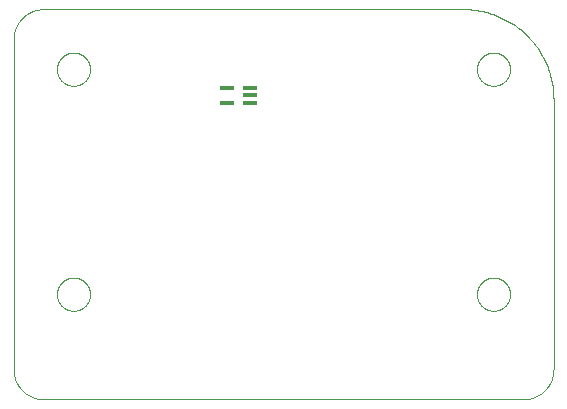
<source format=gbp>
G75*
%MOIN*%
%OFA0B0*%
%FSLAX25Y25*%
%IPPOS*%
%LPD*%
%AMOC8*
5,1,8,0,0,1.08239X$1,22.5*
%
%ADD10C,0.00000*%
%ADD11R,0.04843X0.01575*%
D10*
X0022200Y0013565D02*
X0182200Y0013565D01*
X0182442Y0013568D01*
X0182683Y0013577D01*
X0182924Y0013591D01*
X0183165Y0013612D01*
X0183405Y0013638D01*
X0183645Y0013670D01*
X0183884Y0013708D01*
X0184121Y0013751D01*
X0184358Y0013801D01*
X0184593Y0013856D01*
X0184827Y0013916D01*
X0185059Y0013983D01*
X0185290Y0014054D01*
X0185519Y0014132D01*
X0185746Y0014215D01*
X0185971Y0014303D01*
X0186194Y0014397D01*
X0186414Y0014496D01*
X0186632Y0014601D01*
X0186847Y0014710D01*
X0187060Y0014825D01*
X0187270Y0014945D01*
X0187476Y0015070D01*
X0187680Y0015200D01*
X0187881Y0015335D01*
X0188078Y0015475D01*
X0188272Y0015619D01*
X0188462Y0015768D01*
X0188648Y0015922D01*
X0188831Y0016080D01*
X0189010Y0016242D01*
X0189185Y0016409D01*
X0189356Y0016580D01*
X0189523Y0016755D01*
X0189685Y0016934D01*
X0189843Y0017117D01*
X0189997Y0017303D01*
X0190146Y0017493D01*
X0190290Y0017687D01*
X0190430Y0017884D01*
X0190565Y0018085D01*
X0190695Y0018289D01*
X0190820Y0018495D01*
X0190940Y0018705D01*
X0191055Y0018918D01*
X0191164Y0019133D01*
X0191269Y0019351D01*
X0191368Y0019571D01*
X0191462Y0019794D01*
X0191550Y0020019D01*
X0191633Y0020246D01*
X0191711Y0020475D01*
X0191782Y0020706D01*
X0191849Y0020938D01*
X0191909Y0021172D01*
X0191964Y0021407D01*
X0192014Y0021644D01*
X0192057Y0021881D01*
X0192095Y0022120D01*
X0192127Y0022360D01*
X0192153Y0022600D01*
X0192174Y0022841D01*
X0192188Y0023082D01*
X0192197Y0023323D01*
X0192200Y0023565D01*
X0192200Y0113565D01*
X0166688Y0123565D02*
X0166690Y0123713D01*
X0166696Y0123861D01*
X0166706Y0124009D01*
X0166720Y0124156D01*
X0166738Y0124303D01*
X0166759Y0124449D01*
X0166785Y0124595D01*
X0166815Y0124740D01*
X0166848Y0124884D01*
X0166886Y0125027D01*
X0166927Y0125169D01*
X0166972Y0125310D01*
X0167020Y0125450D01*
X0167073Y0125589D01*
X0167129Y0125726D01*
X0167189Y0125861D01*
X0167252Y0125995D01*
X0167319Y0126127D01*
X0167390Y0126257D01*
X0167464Y0126385D01*
X0167541Y0126511D01*
X0167622Y0126635D01*
X0167706Y0126757D01*
X0167793Y0126876D01*
X0167884Y0126993D01*
X0167978Y0127108D01*
X0168074Y0127220D01*
X0168174Y0127330D01*
X0168276Y0127436D01*
X0168382Y0127540D01*
X0168490Y0127641D01*
X0168601Y0127739D01*
X0168714Y0127835D01*
X0168830Y0127927D01*
X0168948Y0128016D01*
X0169069Y0128101D01*
X0169192Y0128184D01*
X0169317Y0128263D01*
X0169444Y0128339D01*
X0169573Y0128411D01*
X0169704Y0128480D01*
X0169837Y0128545D01*
X0169972Y0128606D01*
X0170108Y0128664D01*
X0170245Y0128719D01*
X0170384Y0128769D01*
X0170525Y0128816D01*
X0170666Y0128859D01*
X0170809Y0128899D01*
X0170953Y0128934D01*
X0171097Y0128966D01*
X0171243Y0128993D01*
X0171389Y0129017D01*
X0171536Y0129037D01*
X0171683Y0129053D01*
X0171830Y0129065D01*
X0171978Y0129073D01*
X0172126Y0129077D01*
X0172274Y0129077D01*
X0172422Y0129073D01*
X0172570Y0129065D01*
X0172717Y0129053D01*
X0172864Y0129037D01*
X0173011Y0129017D01*
X0173157Y0128993D01*
X0173303Y0128966D01*
X0173447Y0128934D01*
X0173591Y0128899D01*
X0173734Y0128859D01*
X0173875Y0128816D01*
X0174016Y0128769D01*
X0174155Y0128719D01*
X0174292Y0128664D01*
X0174428Y0128606D01*
X0174563Y0128545D01*
X0174696Y0128480D01*
X0174827Y0128411D01*
X0174956Y0128339D01*
X0175083Y0128263D01*
X0175208Y0128184D01*
X0175331Y0128101D01*
X0175452Y0128016D01*
X0175570Y0127927D01*
X0175686Y0127835D01*
X0175799Y0127739D01*
X0175910Y0127641D01*
X0176018Y0127540D01*
X0176124Y0127436D01*
X0176226Y0127330D01*
X0176326Y0127220D01*
X0176422Y0127108D01*
X0176516Y0126993D01*
X0176607Y0126876D01*
X0176694Y0126757D01*
X0176778Y0126635D01*
X0176859Y0126511D01*
X0176936Y0126385D01*
X0177010Y0126257D01*
X0177081Y0126127D01*
X0177148Y0125995D01*
X0177211Y0125861D01*
X0177271Y0125726D01*
X0177327Y0125589D01*
X0177380Y0125450D01*
X0177428Y0125310D01*
X0177473Y0125169D01*
X0177514Y0125027D01*
X0177552Y0124884D01*
X0177585Y0124740D01*
X0177615Y0124595D01*
X0177641Y0124449D01*
X0177662Y0124303D01*
X0177680Y0124156D01*
X0177694Y0124009D01*
X0177704Y0123861D01*
X0177710Y0123713D01*
X0177712Y0123565D01*
X0177710Y0123417D01*
X0177704Y0123269D01*
X0177694Y0123121D01*
X0177680Y0122974D01*
X0177662Y0122827D01*
X0177641Y0122681D01*
X0177615Y0122535D01*
X0177585Y0122390D01*
X0177552Y0122246D01*
X0177514Y0122103D01*
X0177473Y0121961D01*
X0177428Y0121820D01*
X0177380Y0121680D01*
X0177327Y0121541D01*
X0177271Y0121404D01*
X0177211Y0121269D01*
X0177148Y0121135D01*
X0177081Y0121003D01*
X0177010Y0120873D01*
X0176936Y0120745D01*
X0176859Y0120619D01*
X0176778Y0120495D01*
X0176694Y0120373D01*
X0176607Y0120254D01*
X0176516Y0120137D01*
X0176422Y0120022D01*
X0176326Y0119910D01*
X0176226Y0119800D01*
X0176124Y0119694D01*
X0176018Y0119590D01*
X0175910Y0119489D01*
X0175799Y0119391D01*
X0175686Y0119295D01*
X0175570Y0119203D01*
X0175452Y0119114D01*
X0175331Y0119029D01*
X0175208Y0118946D01*
X0175083Y0118867D01*
X0174956Y0118791D01*
X0174827Y0118719D01*
X0174696Y0118650D01*
X0174563Y0118585D01*
X0174428Y0118524D01*
X0174292Y0118466D01*
X0174155Y0118411D01*
X0174016Y0118361D01*
X0173875Y0118314D01*
X0173734Y0118271D01*
X0173591Y0118231D01*
X0173447Y0118196D01*
X0173303Y0118164D01*
X0173157Y0118137D01*
X0173011Y0118113D01*
X0172864Y0118093D01*
X0172717Y0118077D01*
X0172570Y0118065D01*
X0172422Y0118057D01*
X0172274Y0118053D01*
X0172126Y0118053D01*
X0171978Y0118057D01*
X0171830Y0118065D01*
X0171683Y0118077D01*
X0171536Y0118093D01*
X0171389Y0118113D01*
X0171243Y0118137D01*
X0171097Y0118164D01*
X0170953Y0118196D01*
X0170809Y0118231D01*
X0170666Y0118271D01*
X0170525Y0118314D01*
X0170384Y0118361D01*
X0170245Y0118411D01*
X0170108Y0118466D01*
X0169972Y0118524D01*
X0169837Y0118585D01*
X0169704Y0118650D01*
X0169573Y0118719D01*
X0169444Y0118791D01*
X0169317Y0118867D01*
X0169192Y0118946D01*
X0169069Y0119029D01*
X0168948Y0119114D01*
X0168830Y0119203D01*
X0168714Y0119295D01*
X0168601Y0119391D01*
X0168490Y0119489D01*
X0168382Y0119590D01*
X0168276Y0119694D01*
X0168174Y0119800D01*
X0168074Y0119910D01*
X0167978Y0120022D01*
X0167884Y0120137D01*
X0167793Y0120254D01*
X0167706Y0120373D01*
X0167622Y0120495D01*
X0167541Y0120619D01*
X0167464Y0120745D01*
X0167390Y0120873D01*
X0167319Y0121003D01*
X0167252Y0121135D01*
X0167189Y0121269D01*
X0167129Y0121404D01*
X0167073Y0121541D01*
X0167020Y0121680D01*
X0166972Y0121820D01*
X0166927Y0121961D01*
X0166886Y0122103D01*
X0166848Y0122246D01*
X0166815Y0122390D01*
X0166785Y0122535D01*
X0166759Y0122681D01*
X0166738Y0122827D01*
X0166720Y0122974D01*
X0166706Y0123121D01*
X0166696Y0123269D01*
X0166690Y0123417D01*
X0166688Y0123565D01*
X0162200Y0143565D02*
X0162925Y0143556D01*
X0163649Y0143530D01*
X0164373Y0143486D01*
X0165095Y0143425D01*
X0165816Y0143346D01*
X0166535Y0143250D01*
X0167251Y0143137D01*
X0167964Y0143006D01*
X0168674Y0142858D01*
X0169379Y0142693D01*
X0170081Y0142511D01*
X0170778Y0142312D01*
X0171471Y0142097D01*
X0172157Y0141864D01*
X0172838Y0141615D01*
X0173513Y0141350D01*
X0174181Y0141069D01*
X0174842Y0140771D01*
X0175496Y0140458D01*
X0176142Y0140129D01*
X0176780Y0139784D01*
X0177409Y0139424D01*
X0178029Y0139049D01*
X0178640Y0138659D01*
X0179242Y0138255D01*
X0179834Y0137836D01*
X0180415Y0137402D01*
X0180986Y0136955D01*
X0181545Y0136494D01*
X0182094Y0136020D01*
X0182630Y0135533D01*
X0183155Y0135033D01*
X0183668Y0134520D01*
X0184168Y0133995D01*
X0184655Y0133459D01*
X0185129Y0132910D01*
X0185590Y0132351D01*
X0186037Y0131780D01*
X0186471Y0131199D01*
X0186890Y0130607D01*
X0187294Y0130005D01*
X0187684Y0129394D01*
X0188059Y0128774D01*
X0188419Y0128145D01*
X0188764Y0127507D01*
X0189093Y0126861D01*
X0189406Y0126207D01*
X0189704Y0125546D01*
X0189985Y0124878D01*
X0190250Y0124203D01*
X0190499Y0123522D01*
X0190732Y0122836D01*
X0190947Y0122143D01*
X0191146Y0121446D01*
X0191328Y0120744D01*
X0191493Y0120039D01*
X0191641Y0119329D01*
X0191772Y0118616D01*
X0191885Y0117900D01*
X0191981Y0117181D01*
X0192060Y0116460D01*
X0192121Y0115738D01*
X0192165Y0115014D01*
X0192191Y0114290D01*
X0192200Y0113565D01*
X0162200Y0143565D02*
X0022200Y0143565D01*
X0021958Y0143562D01*
X0021717Y0143553D01*
X0021476Y0143539D01*
X0021235Y0143518D01*
X0020995Y0143492D01*
X0020755Y0143460D01*
X0020516Y0143422D01*
X0020279Y0143379D01*
X0020042Y0143329D01*
X0019807Y0143274D01*
X0019573Y0143214D01*
X0019341Y0143147D01*
X0019110Y0143076D01*
X0018881Y0142998D01*
X0018654Y0142915D01*
X0018429Y0142827D01*
X0018206Y0142733D01*
X0017986Y0142634D01*
X0017768Y0142529D01*
X0017553Y0142420D01*
X0017340Y0142305D01*
X0017130Y0142185D01*
X0016924Y0142060D01*
X0016720Y0141930D01*
X0016519Y0141795D01*
X0016322Y0141655D01*
X0016128Y0141511D01*
X0015938Y0141362D01*
X0015752Y0141208D01*
X0015569Y0141050D01*
X0015390Y0140888D01*
X0015215Y0140721D01*
X0015044Y0140550D01*
X0014877Y0140375D01*
X0014715Y0140196D01*
X0014557Y0140013D01*
X0014403Y0139827D01*
X0014254Y0139637D01*
X0014110Y0139443D01*
X0013970Y0139246D01*
X0013835Y0139045D01*
X0013705Y0138841D01*
X0013580Y0138635D01*
X0013460Y0138425D01*
X0013345Y0138212D01*
X0013236Y0137997D01*
X0013131Y0137779D01*
X0013032Y0137559D01*
X0012938Y0137336D01*
X0012850Y0137111D01*
X0012767Y0136884D01*
X0012689Y0136655D01*
X0012618Y0136424D01*
X0012551Y0136192D01*
X0012491Y0135958D01*
X0012436Y0135723D01*
X0012386Y0135486D01*
X0012343Y0135249D01*
X0012305Y0135010D01*
X0012273Y0134770D01*
X0012247Y0134530D01*
X0012226Y0134289D01*
X0012212Y0134048D01*
X0012203Y0133807D01*
X0012200Y0133565D01*
X0012200Y0023565D01*
X0012203Y0023323D01*
X0012212Y0023082D01*
X0012226Y0022841D01*
X0012247Y0022600D01*
X0012273Y0022360D01*
X0012305Y0022120D01*
X0012343Y0021881D01*
X0012386Y0021644D01*
X0012436Y0021407D01*
X0012491Y0021172D01*
X0012551Y0020938D01*
X0012618Y0020706D01*
X0012689Y0020475D01*
X0012767Y0020246D01*
X0012850Y0020019D01*
X0012938Y0019794D01*
X0013032Y0019571D01*
X0013131Y0019351D01*
X0013236Y0019133D01*
X0013345Y0018918D01*
X0013460Y0018705D01*
X0013580Y0018495D01*
X0013705Y0018289D01*
X0013835Y0018085D01*
X0013970Y0017884D01*
X0014110Y0017687D01*
X0014254Y0017493D01*
X0014403Y0017303D01*
X0014557Y0017117D01*
X0014715Y0016934D01*
X0014877Y0016755D01*
X0015044Y0016580D01*
X0015215Y0016409D01*
X0015390Y0016242D01*
X0015569Y0016080D01*
X0015752Y0015922D01*
X0015938Y0015768D01*
X0016128Y0015619D01*
X0016322Y0015475D01*
X0016519Y0015335D01*
X0016720Y0015200D01*
X0016924Y0015070D01*
X0017130Y0014945D01*
X0017340Y0014825D01*
X0017553Y0014710D01*
X0017768Y0014601D01*
X0017986Y0014496D01*
X0018206Y0014397D01*
X0018429Y0014303D01*
X0018654Y0014215D01*
X0018881Y0014132D01*
X0019110Y0014054D01*
X0019341Y0013983D01*
X0019573Y0013916D01*
X0019807Y0013856D01*
X0020042Y0013801D01*
X0020279Y0013751D01*
X0020516Y0013708D01*
X0020755Y0013670D01*
X0020995Y0013638D01*
X0021235Y0013612D01*
X0021476Y0013591D01*
X0021717Y0013577D01*
X0021958Y0013568D01*
X0022200Y0013565D01*
X0026688Y0048565D02*
X0026690Y0048713D01*
X0026696Y0048861D01*
X0026706Y0049009D01*
X0026720Y0049156D01*
X0026738Y0049303D01*
X0026759Y0049449D01*
X0026785Y0049595D01*
X0026815Y0049740D01*
X0026848Y0049884D01*
X0026886Y0050027D01*
X0026927Y0050169D01*
X0026972Y0050310D01*
X0027020Y0050450D01*
X0027073Y0050589D01*
X0027129Y0050726D01*
X0027189Y0050861D01*
X0027252Y0050995D01*
X0027319Y0051127D01*
X0027390Y0051257D01*
X0027464Y0051385D01*
X0027541Y0051511D01*
X0027622Y0051635D01*
X0027706Y0051757D01*
X0027793Y0051876D01*
X0027884Y0051993D01*
X0027978Y0052108D01*
X0028074Y0052220D01*
X0028174Y0052330D01*
X0028276Y0052436D01*
X0028382Y0052540D01*
X0028490Y0052641D01*
X0028601Y0052739D01*
X0028714Y0052835D01*
X0028830Y0052927D01*
X0028948Y0053016D01*
X0029069Y0053101D01*
X0029192Y0053184D01*
X0029317Y0053263D01*
X0029444Y0053339D01*
X0029573Y0053411D01*
X0029704Y0053480D01*
X0029837Y0053545D01*
X0029972Y0053606D01*
X0030108Y0053664D01*
X0030245Y0053719D01*
X0030384Y0053769D01*
X0030525Y0053816D01*
X0030666Y0053859D01*
X0030809Y0053899D01*
X0030953Y0053934D01*
X0031097Y0053966D01*
X0031243Y0053993D01*
X0031389Y0054017D01*
X0031536Y0054037D01*
X0031683Y0054053D01*
X0031830Y0054065D01*
X0031978Y0054073D01*
X0032126Y0054077D01*
X0032274Y0054077D01*
X0032422Y0054073D01*
X0032570Y0054065D01*
X0032717Y0054053D01*
X0032864Y0054037D01*
X0033011Y0054017D01*
X0033157Y0053993D01*
X0033303Y0053966D01*
X0033447Y0053934D01*
X0033591Y0053899D01*
X0033734Y0053859D01*
X0033875Y0053816D01*
X0034016Y0053769D01*
X0034155Y0053719D01*
X0034292Y0053664D01*
X0034428Y0053606D01*
X0034563Y0053545D01*
X0034696Y0053480D01*
X0034827Y0053411D01*
X0034956Y0053339D01*
X0035083Y0053263D01*
X0035208Y0053184D01*
X0035331Y0053101D01*
X0035452Y0053016D01*
X0035570Y0052927D01*
X0035686Y0052835D01*
X0035799Y0052739D01*
X0035910Y0052641D01*
X0036018Y0052540D01*
X0036124Y0052436D01*
X0036226Y0052330D01*
X0036326Y0052220D01*
X0036422Y0052108D01*
X0036516Y0051993D01*
X0036607Y0051876D01*
X0036694Y0051757D01*
X0036778Y0051635D01*
X0036859Y0051511D01*
X0036936Y0051385D01*
X0037010Y0051257D01*
X0037081Y0051127D01*
X0037148Y0050995D01*
X0037211Y0050861D01*
X0037271Y0050726D01*
X0037327Y0050589D01*
X0037380Y0050450D01*
X0037428Y0050310D01*
X0037473Y0050169D01*
X0037514Y0050027D01*
X0037552Y0049884D01*
X0037585Y0049740D01*
X0037615Y0049595D01*
X0037641Y0049449D01*
X0037662Y0049303D01*
X0037680Y0049156D01*
X0037694Y0049009D01*
X0037704Y0048861D01*
X0037710Y0048713D01*
X0037712Y0048565D01*
X0037710Y0048417D01*
X0037704Y0048269D01*
X0037694Y0048121D01*
X0037680Y0047974D01*
X0037662Y0047827D01*
X0037641Y0047681D01*
X0037615Y0047535D01*
X0037585Y0047390D01*
X0037552Y0047246D01*
X0037514Y0047103D01*
X0037473Y0046961D01*
X0037428Y0046820D01*
X0037380Y0046680D01*
X0037327Y0046541D01*
X0037271Y0046404D01*
X0037211Y0046269D01*
X0037148Y0046135D01*
X0037081Y0046003D01*
X0037010Y0045873D01*
X0036936Y0045745D01*
X0036859Y0045619D01*
X0036778Y0045495D01*
X0036694Y0045373D01*
X0036607Y0045254D01*
X0036516Y0045137D01*
X0036422Y0045022D01*
X0036326Y0044910D01*
X0036226Y0044800D01*
X0036124Y0044694D01*
X0036018Y0044590D01*
X0035910Y0044489D01*
X0035799Y0044391D01*
X0035686Y0044295D01*
X0035570Y0044203D01*
X0035452Y0044114D01*
X0035331Y0044029D01*
X0035208Y0043946D01*
X0035083Y0043867D01*
X0034956Y0043791D01*
X0034827Y0043719D01*
X0034696Y0043650D01*
X0034563Y0043585D01*
X0034428Y0043524D01*
X0034292Y0043466D01*
X0034155Y0043411D01*
X0034016Y0043361D01*
X0033875Y0043314D01*
X0033734Y0043271D01*
X0033591Y0043231D01*
X0033447Y0043196D01*
X0033303Y0043164D01*
X0033157Y0043137D01*
X0033011Y0043113D01*
X0032864Y0043093D01*
X0032717Y0043077D01*
X0032570Y0043065D01*
X0032422Y0043057D01*
X0032274Y0043053D01*
X0032126Y0043053D01*
X0031978Y0043057D01*
X0031830Y0043065D01*
X0031683Y0043077D01*
X0031536Y0043093D01*
X0031389Y0043113D01*
X0031243Y0043137D01*
X0031097Y0043164D01*
X0030953Y0043196D01*
X0030809Y0043231D01*
X0030666Y0043271D01*
X0030525Y0043314D01*
X0030384Y0043361D01*
X0030245Y0043411D01*
X0030108Y0043466D01*
X0029972Y0043524D01*
X0029837Y0043585D01*
X0029704Y0043650D01*
X0029573Y0043719D01*
X0029444Y0043791D01*
X0029317Y0043867D01*
X0029192Y0043946D01*
X0029069Y0044029D01*
X0028948Y0044114D01*
X0028830Y0044203D01*
X0028714Y0044295D01*
X0028601Y0044391D01*
X0028490Y0044489D01*
X0028382Y0044590D01*
X0028276Y0044694D01*
X0028174Y0044800D01*
X0028074Y0044910D01*
X0027978Y0045022D01*
X0027884Y0045137D01*
X0027793Y0045254D01*
X0027706Y0045373D01*
X0027622Y0045495D01*
X0027541Y0045619D01*
X0027464Y0045745D01*
X0027390Y0045873D01*
X0027319Y0046003D01*
X0027252Y0046135D01*
X0027189Y0046269D01*
X0027129Y0046404D01*
X0027073Y0046541D01*
X0027020Y0046680D01*
X0026972Y0046820D01*
X0026927Y0046961D01*
X0026886Y0047103D01*
X0026848Y0047246D01*
X0026815Y0047390D01*
X0026785Y0047535D01*
X0026759Y0047681D01*
X0026738Y0047827D01*
X0026720Y0047974D01*
X0026706Y0048121D01*
X0026696Y0048269D01*
X0026690Y0048417D01*
X0026688Y0048565D01*
X0026688Y0123565D02*
X0026690Y0123713D01*
X0026696Y0123861D01*
X0026706Y0124009D01*
X0026720Y0124156D01*
X0026738Y0124303D01*
X0026759Y0124449D01*
X0026785Y0124595D01*
X0026815Y0124740D01*
X0026848Y0124884D01*
X0026886Y0125027D01*
X0026927Y0125169D01*
X0026972Y0125310D01*
X0027020Y0125450D01*
X0027073Y0125589D01*
X0027129Y0125726D01*
X0027189Y0125861D01*
X0027252Y0125995D01*
X0027319Y0126127D01*
X0027390Y0126257D01*
X0027464Y0126385D01*
X0027541Y0126511D01*
X0027622Y0126635D01*
X0027706Y0126757D01*
X0027793Y0126876D01*
X0027884Y0126993D01*
X0027978Y0127108D01*
X0028074Y0127220D01*
X0028174Y0127330D01*
X0028276Y0127436D01*
X0028382Y0127540D01*
X0028490Y0127641D01*
X0028601Y0127739D01*
X0028714Y0127835D01*
X0028830Y0127927D01*
X0028948Y0128016D01*
X0029069Y0128101D01*
X0029192Y0128184D01*
X0029317Y0128263D01*
X0029444Y0128339D01*
X0029573Y0128411D01*
X0029704Y0128480D01*
X0029837Y0128545D01*
X0029972Y0128606D01*
X0030108Y0128664D01*
X0030245Y0128719D01*
X0030384Y0128769D01*
X0030525Y0128816D01*
X0030666Y0128859D01*
X0030809Y0128899D01*
X0030953Y0128934D01*
X0031097Y0128966D01*
X0031243Y0128993D01*
X0031389Y0129017D01*
X0031536Y0129037D01*
X0031683Y0129053D01*
X0031830Y0129065D01*
X0031978Y0129073D01*
X0032126Y0129077D01*
X0032274Y0129077D01*
X0032422Y0129073D01*
X0032570Y0129065D01*
X0032717Y0129053D01*
X0032864Y0129037D01*
X0033011Y0129017D01*
X0033157Y0128993D01*
X0033303Y0128966D01*
X0033447Y0128934D01*
X0033591Y0128899D01*
X0033734Y0128859D01*
X0033875Y0128816D01*
X0034016Y0128769D01*
X0034155Y0128719D01*
X0034292Y0128664D01*
X0034428Y0128606D01*
X0034563Y0128545D01*
X0034696Y0128480D01*
X0034827Y0128411D01*
X0034956Y0128339D01*
X0035083Y0128263D01*
X0035208Y0128184D01*
X0035331Y0128101D01*
X0035452Y0128016D01*
X0035570Y0127927D01*
X0035686Y0127835D01*
X0035799Y0127739D01*
X0035910Y0127641D01*
X0036018Y0127540D01*
X0036124Y0127436D01*
X0036226Y0127330D01*
X0036326Y0127220D01*
X0036422Y0127108D01*
X0036516Y0126993D01*
X0036607Y0126876D01*
X0036694Y0126757D01*
X0036778Y0126635D01*
X0036859Y0126511D01*
X0036936Y0126385D01*
X0037010Y0126257D01*
X0037081Y0126127D01*
X0037148Y0125995D01*
X0037211Y0125861D01*
X0037271Y0125726D01*
X0037327Y0125589D01*
X0037380Y0125450D01*
X0037428Y0125310D01*
X0037473Y0125169D01*
X0037514Y0125027D01*
X0037552Y0124884D01*
X0037585Y0124740D01*
X0037615Y0124595D01*
X0037641Y0124449D01*
X0037662Y0124303D01*
X0037680Y0124156D01*
X0037694Y0124009D01*
X0037704Y0123861D01*
X0037710Y0123713D01*
X0037712Y0123565D01*
X0037710Y0123417D01*
X0037704Y0123269D01*
X0037694Y0123121D01*
X0037680Y0122974D01*
X0037662Y0122827D01*
X0037641Y0122681D01*
X0037615Y0122535D01*
X0037585Y0122390D01*
X0037552Y0122246D01*
X0037514Y0122103D01*
X0037473Y0121961D01*
X0037428Y0121820D01*
X0037380Y0121680D01*
X0037327Y0121541D01*
X0037271Y0121404D01*
X0037211Y0121269D01*
X0037148Y0121135D01*
X0037081Y0121003D01*
X0037010Y0120873D01*
X0036936Y0120745D01*
X0036859Y0120619D01*
X0036778Y0120495D01*
X0036694Y0120373D01*
X0036607Y0120254D01*
X0036516Y0120137D01*
X0036422Y0120022D01*
X0036326Y0119910D01*
X0036226Y0119800D01*
X0036124Y0119694D01*
X0036018Y0119590D01*
X0035910Y0119489D01*
X0035799Y0119391D01*
X0035686Y0119295D01*
X0035570Y0119203D01*
X0035452Y0119114D01*
X0035331Y0119029D01*
X0035208Y0118946D01*
X0035083Y0118867D01*
X0034956Y0118791D01*
X0034827Y0118719D01*
X0034696Y0118650D01*
X0034563Y0118585D01*
X0034428Y0118524D01*
X0034292Y0118466D01*
X0034155Y0118411D01*
X0034016Y0118361D01*
X0033875Y0118314D01*
X0033734Y0118271D01*
X0033591Y0118231D01*
X0033447Y0118196D01*
X0033303Y0118164D01*
X0033157Y0118137D01*
X0033011Y0118113D01*
X0032864Y0118093D01*
X0032717Y0118077D01*
X0032570Y0118065D01*
X0032422Y0118057D01*
X0032274Y0118053D01*
X0032126Y0118053D01*
X0031978Y0118057D01*
X0031830Y0118065D01*
X0031683Y0118077D01*
X0031536Y0118093D01*
X0031389Y0118113D01*
X0031243Y0118137D01*
X0031097Y0118164D01*
X0030953Y0118196D01*
X0030809Y0118231D01*
X0030666Y0118271D01*
X0030525Y0118314D01*
X0030384Y0118361D01*
X0030245Y0118411D01*
X0030108Y0118466D01*
X0029972Y0118524D01*
X0029837Y0118585D01*
X0029704Y0118650D01*
X0029573Y0118719D01*
X0029444Y0118791D01*
X0029317Y0118867D01*
X0029192Y0118946D01*
X0029069Y0119029D01*
X0028948Y0119114D01*
X0028830Y0119203D01*
X0028714Y0119295D01*
X0028601Y0119391D01*
X0028490Y0119489D01*
X0028382Y0119590D01*
X0028276Y0119694D01*
X0028174Y0119800D01*
X0028074Y0119910D01*
X0027978Y0120022D01*
X0027884Y0120137D01*
X0027793Y0120254D01*
X0027706Y0120373D01*
X0027622Y0120495D01*
X0027541Y0120619D01*
X0027464Y0120745D01*
X0027390Y0120873D01*
X0027319Y0121003D01*
X0027252Y0121135D01*
X0027189Y0121269D01*
X0027129Y0121404D01*
X0027073Y0121541D01*
X0027020Y0121680D01*
X0026972Y0121820D01*
X0026927Y0121961D01*
X0026886Y0122103D01*
X0026848Y0122246D01*
X0026815Y0122390D01*
X0026785Y0122535D01*
X0026759Y0122681D01*
X0026738Y0122827D01*
X0026720Y0122974D01*
X0026706Y0123121D01*
X0026696Y0123269D01*
X0026690Y0123417D01*
X0026688Y0123565D01*
X0166688Y0048565D02*
X0166690Y0048713D01*
X0166696Y0048861D01*
X0166706Y0049009D01*
X0166720Y0049156D01*
X0166738Y0049303D01*
X0166759Y0049449D01*
X0166785Y0049595D01*
X0166815Y0049740D01*
X0166848Y0049884D01*
X0166886Y0050027D01*
X0166927Y0050169D01*
X0166972Y0050310D01*
X0167020Y0050450D01*
X0167073Y0050589D01*
X0167129Y0050726D01*
X0167189Y0050861D01*
X0167252Y0050995D01*
X0167319Y0051127D01*
X0167390Y0051257D01*
X0167464Y0051385D01*
X0167541Y0051511D01*
X0167622Y0051635D01*
X0167706Y0051757D01*
X0167793Y0051876D01*
X0167884Y0051993D01*
X0167978Y0052108D01*
X0168074Y0052220D01*
X0168174Y0052330D01*
X0168276Y0052436D01*
X0168382Y0052540D01*
X0168490Y0052641D01*
X0168601Y0052739D01*
X0168714Y0052835D01*
X0168830Y0052927D01*
X0168948Y0053016D01*
X0169069Y0053101D01*
X0169192Y0053184D01*
X0169317Y0053263D01*
X0169444Y0053339D01*
X0169573Y0053411D01*
X0169704Y0053480D01*
X0169837Y0053545D01*
X0169972Y0053606D01*
X0170108Y0053664D01*
X0170245Y0053719D01*
X0170384Y0053769D01*
X0170525Y0053816D01*
X0170666Y0053859D01*
X0170809Y0053899D01*
X0170953Y0053934D01*
X0171097Y0053966D01*
X0171243Y0053993D01*
X0171389Y0054017D01*
X0171536Y0054037D01*
X0171683Y0054053D01*
X0171830Y0054065D01*
X0171978Y0054073D01*
X0172126Y0054077D01*
X0172274Y0054077D01*
X0172422Y0054073D01*
X0172570Y0054065D01*
X0172717Y0054053D01*
X0172864Y0054037D01*
X0173011Y0054017D01*
X0173157Y0053993D01*
X0173303Y0053966D01*
X0173447Y0053934D01*
X0173591Y0053899D01*
X0173734Y0053859D01*
X0173875Y0053816D01*
X0174016Y0053769D01*
X0174155Y0053719D01*
X0174292Y0053664D01*
X0174428Y0053606D01*
X0174563Y0053545D01*
X0174696Y0053480D01*
X0174827Y0053411D01*
X0174956Y0053339D01*
X0175083Y0053263D01*
X0175208Y0053184D01*
X0175331Y0053101D01*
X0175452Y0053016D01*
X0175570Y0052927D01*
X0175686Y0052835D01*
X0175799Y0052739D01*
X0175910Y0052641D01*
X0176018Y0052540D01*
X0176124Y0052436D01*
X0176226Y0052330D01*
X0176326Y0052220D01*
X0176422Y0052108D01*
X0176516Y0051993D01*
X0176607Y0051876D01*
X0176694Y0051757D01*
X0176778Y0051635D01*
X0176859Y0051511D01*
X0176936Y0051385D01*
X0177010Y0051257D01*
X0177081Y0051127D01*
X0177148Y0050995D01*
X0177211Y0050861D01*
X0177271Y0050726D01*
X0177327Y0050589D01*
X0177380Y0050450D01*
X0177428Y0050310D01*
X0177473Y0050169D01*
X0177514Y0050027D01*
X0177552Y0049884D01*
X0177585Y0049740D01*
X0177615Y0049595D01*
X0177641Y0049449D01*
X0177662Y0049303D01*
X0177680Y0049156D01*
X0177694Y0049009D01*
X0177704Y0048861D01*
X0177710Y0048713D01*
X0177712Y0048565D01*
X0177710Y0048417D01*
X0177704Y0048269D01*
X0177694Y0048121D01*
X0177680Y0047974D01*
X0177662Y0047827D01*
X0177641Y0047681D01*
X0177615Y0047535D01*
X0177585Y0047390D01*
X0177552Y0047246D01*
X0177514Y0047103D01*
X0177473Y0046961D01*
X0177428Y0046820D01*
X0177380Y0046680D01*
X0177327Y0046541D01*
X0177271Y0046404D01*
X0177211Y0046269D01*
X0177148Y0046135D01*
X0177081Y0046003D01*
X0177010Y0045873D01*
X0176936Y0045745D01*
X0176859Y0045619D01*
X0176778Y0045495D01*
X0176694Y0045373D01*
X0176607Y0045254D01*
X0176516Y0045137D01*
X0176422Y0045022D01*
X0176326Y0044910D01*
X0176226Y0044800D01*
X0176124Y0044694D01*
X0176018Y0044590D01*
X0175910Y0044489D01*
X0175799Y0044391D01*
X0175686Y0044295D01*
X0175570Y0044203D01*
X0175452Y0044114D01*
X0175331Y0044029D01*
X0175208Y0043946D01*
X0175083Y0043867D01*
X0174956Y0043791D01*
X0174827Y0043719D01*
X0174696Y0043650D01*
X0174563Y0043585D01*
X0174428Y0043524D01*
X0174292Y0043466D01*
X0174155Y0043411D01*
X0174016Y0043361D01*
X0173875Y0043314D01*
X0173734Y0043271D01*
X0173591Y0043231D01*
X0173447Y0043196D01*
X0173303Y0043164D01*
X0173157Y0043137D01*
X0173011Y0043113D01*
X0172864Y0043093D01*
X0172717Y0043077D01*
X0172570Y0043065D01*
X0172422Y0043057D01*
X0172274Y0043053D01*
X0172126Y0043053D01*
X0171978Y0043057D01*
X0171830Y0043065D01*
X0171683Y0043077D01*
X0171536Y0043093D01*
X0171389Y0043113D01*
X0171243Y0043137D01*
X0171097Y0043164D01*
X0170953Y0043196D01*
X0170809Y0043231D01*
X0170666Y0043271D01*
X0170525Y0043314D01*
X0170384Y0043361D01*
X0170245Y0043411D01*
X0170108Y0043466D01*
X0169972Y0043524D01*
X0169837Y0043585D01*
X0169704Y0043650D01*
X0169573Y0043719D01*
X0169444Y0043791D01*
X0169317Y0043867D01*
X0169192Y0043946D01*
X0169069Y0044029D01*
X0168948Y0044114D01*
X0168830Y0044203D01*
X0168714Y0044295D01*
X0168601Y0044391D01*
X0168490Y0044489D01*
X0168382Y0044590D01*
X0168276Y0044694D01*
X0168174Y0044800D01*
X0168074Y0044910D01*
X0167978Y0045022D01*
X0167884Y0045137D01*
X0167793Y0045254D01*
X0167706Y0045373D01*
X0167622Y0045495D01*
X0167541Y0045619D01*
X0167464Y0045745D01*
X0167390Y0045873D01*
X0167319Y0046003D01*
X0167252Y0046135D01*
X0167189Y0046269D01*
X0167129Y0046404D01*
X0167073Y0046541D01*
X0167020Y0046680D01*
X0166972Y0046820D01*
X0166927Y0046961D01*
X0166886Y0047103D01*
X0166848Y0047246D01*
X0166815Y0047390D01*
X0166785Y0047535D01*
X0166759Y0047681D01*
X0166738Y0047827D01*
X0166720Y0047974D01*
X0166706Y0048121D01*
X0166696Y0048269D01*
X0166690Y0048417D01*
X0166688Y0048565D01*
D11*
X0090901Y0112256D03*
X0090901Y0114815D03*
X0090901Y0117374D03*
X0083499Y0117374D03*
X0083499Y0112256D03*
M02*

</source>
